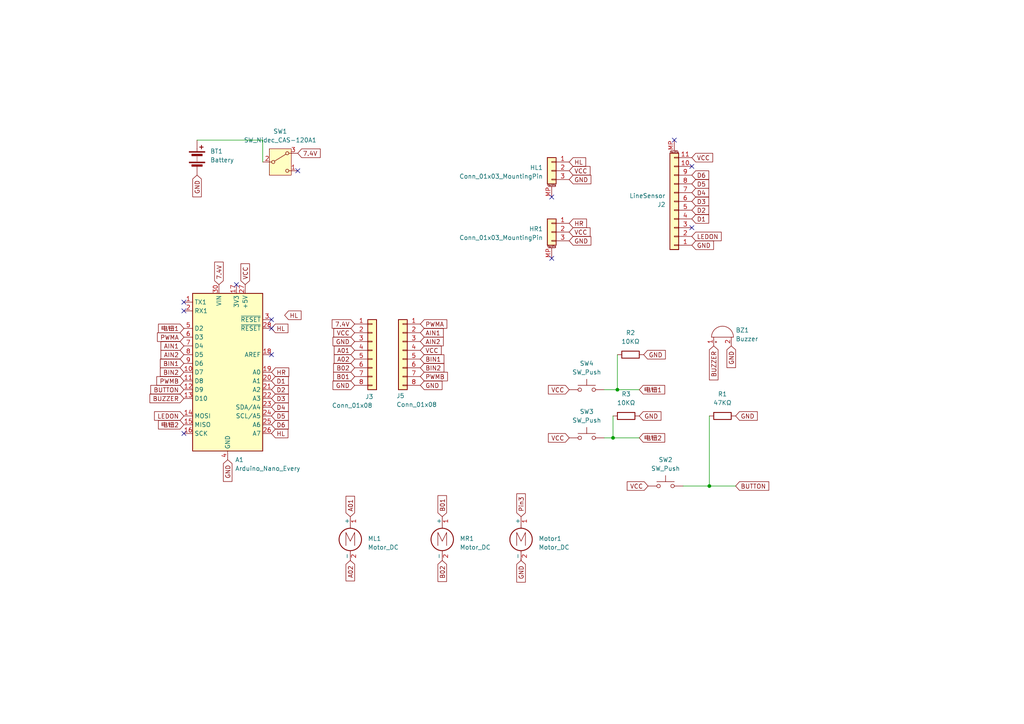
<source format=kicad_sch>
(kicad_sch (version 20250114) (generator "eeschema") (generator_version "9.0")
  (paper "A4")
  (lib_symbols
    (symbol "Connector_Generic:Conn_01x08" (pin_names (offset 1.016) (hide yes))
      (property "Reference" "J" (at 0 10.16 0))
      (property "Value" "Conn_01x08" (at 0 -12.7 0))
      (symbol "Conn_01x08_1_1"
        (rectangle (start -1.27 8.89) (end 1.27 -11.43) (stroke (width 0.254)) (fill (type background)))
        (rectangle (start -1.27 7.747) (end 0 7.493) (stroke (width 0.1524)))
        (rectangle (start -1.27 5.207) (end 0 4.953) (stroke (width 0.1524)))
        (rectangle (start -1.27 2.667) (end 0 2.413) (stroke (width 0.1524)))
        (rectangle (start -1.27 0.127) (end 0 -0.127) (stroke (width 0.1524)))
        (rectangle (start -1.27 -2.413) (end 0 -2.667) (stroke (width 0.1524)))
        (rectangle (start -1.27 -4.953) (end 0 -5.207) (stroke (width 0.1524)))
        (rectangle (start -1.27 -7.493) (end 0 -7.747) (stroke (width 0.1524)))
        (rectangle (start -1.27 -10.033) (end 0 -10.287) (stroke (width 0.1524)))
        (pin passive line (at -5.08 7.62 0) (length 3.81) (name "Pin_1") (number "1"))
        (pin passive line (at -5.08 5.08 0) (length 3.81) (name "Pin_2") (number "2"))
        (pin passive line (at -5.08 2.54 0) (length 3.81) (name "Pin_3") (number "3"))
        (pin passive line (at -5.08 0 0) (length 3.81) (name "Pin_4") (number "4"))
        (pin passive line (at -5.08 -2.54 0) (length 3.81) (name "Pin_5") (number "5"))
        (pin passive line (at -5.08 -5.08 0) (length 3.81) (name "Pin_6") (number "6"))
        (pin passive line (at -5.08 -7.62 0) (length 3.81) (name "Pin_7") (number "7"))
        (pin passive line (at -5.08 -10.16 0) (length 3.81) (name "Pin_8") (number "8"))
      )
    )
    (symbol "Connector_Generic_MountingPin:Conn_01x03_MountingPin" (pin_names (offset 1.016) (hide yes))
      (property "Reference" "J" (at 0 5.08 0))
      (property "Value" "Conn_01x03_MountingPin" (at 1.27 -5.08 0))
      (symbol "Conn_01x03_MountingPin_1_1"
        (rectangle (start -1.27 3.81) (end 1.27 -3.81) (stroke (width 0.254)) (fill (type background)))
        (rectangle (start -1.27 2.667) (end 0 2.413) (stroke (width 0.1524)))
        (rectangle (start -1.27 0.127) (end 0 -0.127) (stroke (width 0.1524)))
        (rectangle (start -1.27 -2.413) (end 0 -2.667) (stroke (width 0.1524)))
        (polyline (pts (xy -1.016 -4.572) (xy 1.016 -4.572)) (stroke (width 0.1524)))
        (text "Mounting" (at 0 -4.191 0) (effects (font (size 0.381 0.381))))
        (pin passive line (at -5.08 2.54 0) (length 3.81) (name "Pin_1") (number "1"))
        (pin passive line (at -5.08 0 0) (length 3.81) (name "Pin_2") (number "2"))
        (pin passive line (at -5.08 -2.54 0) (length 3.81) (name "Pin_3") (number "3"))
        (pin passive line (at 0 -7.62 90) (length 3.048) (name "MountPin") (number "MP"))
      )
    )
    (symbol "Connector_Generic_MountingPin:Conn_01x11_MountingPin" (pin_names (offset 1.016) (hide yes))
      (property "Reference" "J" (at 0 15.24 0))
      (property "Value" "Conn_01x11_MountingPin" (at 1.27 -15.24 0))
      (symbol "Conn_01x11_MountingPin_1_1"
        (rectangle (start -1.27 13.97) (end 1.27 -13.97) (stroke (width 0.254)) (fill (type background)))
        (rectangle (start -1.27 12.827) (end 0 12.573) (stroke (width 0.1524)))
        (rectangle (start -1.27 10.287) (end 0 10.033) (stroke (width 0.1524)))
        (rectangle (start -1.27 7.747) (end 0 7.493) (stroke (width 0.1524)))
        (rectangle (start -1.27 5.207) (end 0 4.953) (stroke (width 0.1524)))
        (rectangle (start -1.27 2.667) (end 0 2.413) (stroke (width 0.1524)))
        (rectangle (start -1.27 0.127) (end 0 -0.127) (stroke (width 0.1524)))
        (rectangle (start -1.27 -2.413) (end 0 -2.667) (stroke (width 0.1524)))
        (rectangle (start -1.27 -4.953) (end 0 -5.207) (stroke (width 0.1524)))
        (rectangle (start -1.27 -7.493) (end 0 -7.747) (stroke (width 0.1524)))
        (rectangle (start -1.27 -10.033) (end 0 -10.287) (stroke (width 0.1524)))
        (rectangle (start -1.27 -12.573) (end 0 -12.827) (stroke (width 0.1524)))
        (polyline (pts (xy -1.016 -14.732) (xy 1.016 -14.732)) (stroke (width 0.1524)))
        (text "Mounting" (at 0 -14.351 0) (effects (font (size 0.381 0.381))))
        (pin passive line (at -5.08 12.7 0) (length 3.81) (name "Pin_1") (number "1"))
        (pin passive line (at -5.08 10.16 0) (length 3.81) (name "Pin_2") (number "2"))
        (pin passive line (at -5.08 7.62 0) (length 3.81) (name "Pin_3") (number "3"))
        (pin passive line (at -5.08 5.08 0) (length 3.81) (name "Pin_4") (number "4"))
        (pin passive line (at -5.08 2.54 0) (length 3.81) (name "Pin_5") (number "5"))
        (pin passive line (at -5.08 0 0) (length 3.81) (name "Pin_6") (number "6"))
        (pin passive line (at -5.08 -2.54 0) (length 3.81) (name "Pin_7") (number "7"))
        (pin passive line (at -5.08 -5.08 0) (length 3.81) (name "Pin_8") (number "8"))
        (pin passive line (at -5.08 -7.62 0) (length 3.81) (name "Pin_9") (number "9"))
        (pin passive line (at -5.08 -10.16 0) (length 3.81) (name "Pin_10") (number "10"))
        (pin passive line (at -5.08 -12.7 0) (length 3.81) (name "Pin_11") (number "11"))
        (pin passive line (at 0 -17.78 90) (length 3.048) (name "MountPin") (number "MP"))
      )
    )
    (symbol "Device:Battery" (pin_numbers (hide yes)) (pin_names (offset 0) (hide yes))
      (property "Reference" "BT" (at 2.54 2.54 0))
      (property "Value" "Battery" (at 2.54 0 0))
      (symbol "Battery_0_1"
        (rectangle (start -2.286 1.778) (end 2.286 1.524) (fill (type outline)))
        (rectangle (start -2.286 -1.27) (end 2.286 -1.524) (fill (type outline)))
        (rectangle (start -1.524 1.016) (end 1.524 0.508) (fill (type outline)))
        (rectangle (start -1.524 -2.032) (end 1.524 -2.54) (fill (type outline)))
        (polyline (pts (xy 0 1.778) (xy 0 2.54)))
        (polyline (pts (xy 0 0) (xy 0 0.254)))
        (polyline (pts (xy 0 -0.508) (xy 0 -0.254)))
        (polyline (pts (xy 0 -1.016) (xy 0 -0.762)))
        (polyline (pts (xy 0.762 3.048) (xy 1.778 3.048)) (stroke (width 0.254)))
        (polyline (pts (xy 1.27 3.556) (xy 1.27 2.54)) (stroke (width 0.254)))
      )
      (symbol "Battery_1_1"
        (pin passive line (at 0 5.08 270) (length 2.54) (name "+") (number "1"))
        (pin passive line (at 0 -5.08 90) (length 2.54) (name "-") (number "2"))
      )
    )
    (symbol "Device:Buzzer" (pin_names (offset 0.0254) (hide yes))
      (property "Reference" "BZ" (at 3.81 1.27 0))
      (property "Value" "Buzzer" (at 3.81 -1.27 0))
      (symbol "Buzzer_0_1"
        (polyline (pts (xy -1.651 1.905) (xy -1.143 1.905)))
        (polyline (pts (xy -1.397 2.159) (xy -1.397 1.651)))
        (arc (start 0 3.175) (mid 3.1612 0) (end 0 -3.175))
        (polyline (pts (xy 0 3.175) (xy 0 -3.175)))
      )
      (symbol "Buzzer_1_1"
        (pin passive line (at -2.54 2.54 0) (length 2.54) (name "+") (number "1"))
        (pin passive line (at -2.54 -2.54 0) (length 2.54) (name "-") (number "2"))
      )
    )
    (symbol "Device:R" (pin_numbers (hide yes)) (pin_names (offset 0))
      (property "Reference" "R" (at 2.032 0 90))
      (property "Value" "R" (at 0 0 90))
      (symbol "R_0_1"
        (rectangle (start -1.016 -2.54) (end 1.016 2.54) (stroke (width 0.254)))
      )
      (symbol "R_1_1"
        (pin passive line (at 0 3.81 270) (length 1.27) (name "~") (number "1"))
        (pin passive line (at 0 -3.81 90) (length 1.27) (name "~") (number "2"))
      )
    )
    (symbol "MCU_Module:Arduino_Nano_Every"
      (property "Reference" "A" (at -10.16 23.495 0))
      (property "Value" "Arduino_Nano_Every" (at 5.08 -24.13 0))
      (symbol "Arduino_Nano_Every_0_1"
        (rectangle (start -10.16 22.86) (end 10.16 -22.86) (stroke (width 0.254)) (fill (type background)))
      )
      (symbol "Arduino_Nano_Every_1_1"
        (pin bidirectional line (at -12.7 20.32 0) (length 2.54) (name "TX1") (number "1"))
        (pin bidirectional line (at -12.7 17.78 0) (length 2.54) (name "RX1") (number "2"))
        (pin bidirectional line (at -12.7 12.7 0) (length 2.54) (name "D2") (number "5"))
        (pin bidirectional line (at -12.7 10.16 0) (length 2.54) (name "D3") (number "6"))
        (pin bidirectional line (at -12.7 7.62 0) (length 2.54) (name "D4") (number "7"))
        (pin bidirectional line (at -12.7 5.08 0) (length 2.54) (name "D5") (number "8"))
        (pin bidirectional line (at -12.7 2.54 0) (length 2.54) (name "D6") (number "9"))
        (pin bidirectional line (at -12.7 0 0) (length 2.54) (name "D7") (number "10"))
        (pin bidirectional line (at -12.7 -2.54 0) (length 2.54) (name "D8") (number "11"))
        (pin bidirectional line (at -12.7 -5.08 0) (length 2.54) (name "D9") (number "12"))
        (pin bidirectional line (at -12.7 -7.62 0) (length 2.54) (name "D10") (number "13"))
        (pin bidirectional line (at -12.7 -12.7 0) (length 2.54) (name "MOSI") (number "14"))
        (pin bidirectional line (at -12.7 -15.24 0) (length 2.54) (name "MISO") (number "15"))
        (pin bidirectional line (at -12.7 -17.78 0) (length 2.54) (name "SCK") (number "16"))
        (pin power_in line (at -2.54 25.4 270) (length 2.54) (name "VIN") (number "30"))
        (pin passive line (at 0 -25.4 90) (length 2.54) (hide yes) (name "GND") (number "29"))
        (pin power_in line (at 0 -25.4 90) (length 2.54) (name "GND") (number "4"))
        (pin power_out line (at 2.54 25.4 270) (length 2.54) (name "3V3") (number "17"))
        (pin power_out line (at 5.08 25.4 270) (length 2.54) (name "+5V") (number "27"))
        (pin input line (at 12.7 15.24 180) (length 2.54) (name "~{RESET}") (number "3"))
        (pin input line (at 12.7 12.7 180) (length 2.54) (name "~{RESET}") (number "28"))
        (pin input line (at 12.7 5.08 180) (length 2.54) (name "AREF") (number "18"))
        (pin bidirectional line (at 12.7 0 180) (length 2.54) (name "A0") (number "19"))
        (pin bidirectional line (at 12.7 -2.54 180) (length 2.54) (name "A1") (number "20"))
        (pin bidirectional line (at 12.7 -5.08 180) (length 2.54) (name "A2") (number "21"))
        (pin bidirectional line (at 12.7 -7.62 180) (length 2.54) (name "A3") (number "22"))
        (pin bidirectional line (at 12.7 -10.16 180) (length 2.54) (name "SDA/A4") (number "23"))
        (pin bidirectional line (at 12.7 -12.7 180) (length 2.54) (name "SCL/A5") (number "24"))
        (pin bidirectional line (at 12.7 -15.24 180) (length 2.54) (name "A6") (number "25"))
        (pin bidirectional line (at 12.7 -17.78 180) (length 2.54) (name "A7") (number "26"))
      )
    )
    (symbol "Motor:Motor_DC" (pin_names (offset 0))
      (property "Reference" "M" (at 2.54 2.54 0))
      (property "Value" "Motor_DC" (at 2.54 -5.08 0))
      (symbol "Motor_DC_0_0"
        (polyline (pts (xy -1.27 -3.302) (xy -1.27 0.508) (xy 0 -2.032) (xy 1.27 0.508) (xy 1.27 -3.302)))
      )
      (symbol "Motor_DC_0_1"
        (polyline (pts (xy 0 2.032) (xy 0 2.54)))
        (polyline (pts (xy 0 1.7272) (xy 0 2.0828)))
        (circle (center 0 -1.524) (radius 3.2512) (stroke (width 0.254)))
        (polyline (pts (xy 0 -4.7752) (xy 0 -5.1816)))
        (polyline (pts (xy 0 -7.62) (xy 0 -7.112)))
      )
      (symbol "Motor_DC_1_1"
        (pin passive line (at 0 5.08 270) (length 2.54) (name "+") (number "1"))
        (pin passive line (at 0 -7.62 90) (length 2.54) (name "-") (number "2"))
      )
    )
    (symbol "Switch:SW_Nidec_CAS-120A1" (pin_names (offset 1) (hide yes))
      (property "Reference" "SW" (at 0 4.318 0))
      (property "Value" "SW_Nidec_CAS-120A1" (at 0 -5.08 0))
      (symbol "SW_Nidec_CAS-120A1_0_1"
        (circle (center -2.032 0) (radius 0.4572))
        (polyline (pts (xy -1.651 0.254) (xy 1.651 2.286)))
        (circle (center 2.032 2.54) (radius 0.4572))
        (circle (center 2.032 -2.54) (radius 0.4572))
      )
      (symbol "SW_Nidec_CAS-120A1_1_1"
        (rectangle (start -3.175 3.81) (end 3.175 -3.81) (fill (type background)))
        (pin passive line (at -5.08 0 0) (length 2.54) (name "B") (number "2"))
        (pin passive line (at 5.08 2.54 180) (length 2.54) (name "A") (number "3"))
        (pin passive line (at 5.08 -2.54 180) (length 2.54) (name "C") (number "1"))
      )
    )
    (symbol "Switch:SW_Push" (pin_numbers (hide yes)) (pin_names (offset 1.016) (hide yes))
      (property "Reference" "SW" (at 1.27 2.54 0))
      (property "Value" "SW_Push" (at 0 -1.524 0))
      (symbol "SW_Push_0_1"
        (circle (center -2.032 0) (radius 0.508))
        (polyline (pts (xy 0 1.27) (xy 0 3.048)))
        (circle (center 2.032 0) (radius 0.508))
        (polyline (pts (xy 2.54 1.27) (xy -2.54 1.27)))
        (pin passive line (at -5.08 0 0) (length 2.54) (name "1") (number "1"))
        (pin passive line (at 5.08 0 180) (length 2.54) (name "2") (number "2"))
      )
    )
  )
  (junction (at 179.07 113.03))
  (junction (at 205.74 140.97))
  (junction (at 177.8 127))
  (no_connect (at 68.58 82.55))
  (no_connect (at 160.02 57.15))
  (no_connect (at 78.74 102.87))
  (no_connect (at 195.58 40.64))
  (no_connect (at 53.34 87.63))
  (no_connect (at 200.66 66.04))
  (no_connect (at 53.34 90.17))
  (no_connect (at 78.74 95.25))
  (no_connect (at 160.02 74.93))
  (no_connect (at 86.36 49.53))
  (no_connect (at 78.74 92.71))
  (no_connect (at 53.34 125.73))
  (no_connect (at 200.66 48.26))
  (wire (pts (xy 205.74 120.65) (xy 205.74 140.97)))
  (wire (pts (xy 185.42 127) (xy 177.8 127)))
  (wire (pts (xy 76.2 40.64) (xy 76.2 46.99)))
  (wire (pts (xy 185.42 113.03) (xy 179.07 113.03)))
  (wire (pts (xy 177.8 127) (xy 175.26 127)))
  (wire (pts (xy 198.12 140.97) (xy 205.74 140.97)))
  (wire (pts (xy 205.74 140.97) (xy 213.36 140.97)))
  (wire (pts (xy 57.15 40.64) (xy 76.2 40.64)))
  (wire (pts (xy 179.07 102.87) (xy 179.07 113.03)))
  (wire (pts (xy 177.8 120.65) (xy 177.8 127)))
  (wire (pts (xy 179.07 113.03) (xy 175.26 113.03)))
  (global_label "B01" (shape input) (at 128.27 149.86 90) (property "Intersheetrefs" "${INTERSHEET_REFS}" (effects (hide yes))))
  (global_label "GND" (shape input) (at 200.66 71.12 0) (property "Intersheetrefs" "${INTERSHEET_REFS}" (effects (hide yes))))
  (global_label "PWMB" (shape input) (at 121.92 109.22 0) (property "Intersheetrefs" "${INTERSHEET_REFS}" (effects (hide yes))))
  (global_label "BIN2" (shape input) (at 121.92 106.68 0) (property "Intersheetrefs" "${INTERSHEET_REFS}" (effects (hide yes))))
  (global_label "GND" (shape input) (at 186.69 102.87 0) (property "Intersheetrefs" "${INTERSHEET_REFS}" (effects (hide yes))))
  (global_label "D1" (shape input) (at 78.74 110.49 0) (property "Intersheetrefs" "${INTERSHEET_REFS}" (effects (hide yes))))
  (global_label "BIN1" (shape input) (at 121.92 104.14 0) (property "Intersheetrefs" "${INTERSHEET_REFS}" (effects (hide yes))))
  (global_label "HL" (shape input) (at 82.55 91.44 0) (property "Intersheetrefs" "${INTERSHEET_REFS}" (effects (hide yes))))
  (global_label "LEDON" (shape input) (at 53.34 120.65 180) (property "Intersheetrefs" "${INTERSHEET_REFS}" (effects (hide yes))))
  (global_label "GND" (shape input) (at 121.92 111.76 0) (property "Intersheetrefs" "${INTERSHEET_REFS}" (effects (hide yes))))
  (global_label "A01" (shape input) (at 102.87 101.6 180) (property "Intersheetrefs" "${INTERSHEET_REFS}" (effects (hide yes))))
  (global_label "HR" (shape input) (at 165.1 64.77 0) (property "Intersheetrefs" "${INTERSHEET_REFS}" (effects (hide yes))))
  (global_label "VCC" (shape input) (at 121.92 101.6 0) (property "Intersheetrefs" "${INTERSHEET_REFS}" (effects (hide yes))))
  (global_label "VCC" (shape input) (at 165.1 127 180) (property "Intersheetrefs" "${INTERSHEET_REFS}" (effects (hide yes))))
  (global_label "GND" (shape input) (at 212.09 100.33 270) (property "Intersheetrefs" "${INTERSHEET_REFS}" (effects (hide yes))))
  (global_label "电钮1" (shape input) (at 185.42 113.03 0) (property "Intersheetrefs" "${INTERSHEET_REFS}" (effects (hide yes))))
  (global_label "D5" (shape input) (at 78.74 120.65 0) (property "Intersheetrefs" "${INTERSHEET_REFS}" (effects (hide yes))))
  (global_label "PWMA" (shape input) (at 53.34 97.79 180) (property "Intersheetrefs" "${INTERSHEET_REFS}" (effects (hide yes))))
  (global_label "VCC" (shape input) (at 71.12 82.55 90) (property "Intersheetrefs" "${INTERSHEET_REFS}" (effects (hide yes))))
  (global_label "Pin3" (shape input) (at 151.13 149.86 90) (property "Intersheetrefs" "${INTERSHEET_REFS}" (effects (hide yes))))
  (global_label "GND" (shape input) (at 102.87 111.76 180) (property "Intersheetrefs" "${INTERSHEET_REFS}" (effects (hide yes))))
  (global_label "BUZZER" (shape input) (at 53.34 115.57 180) (property "Intersheetrefs" "${INTERSHEET_REFS}" (effects (hide yes))))
  (global_label "AIN2" (shape input) (at 53.34 102.87 180) (property "Intersheetrefs" "${INTERSHEET_REFS}" (effects (hide yes))))
  (global_label "D4" (shape input) (at 78.74 118.11 0) (property "Intersheetrefs" "${INTERSHEET_REFS}" (effects (hide yes))))
  (global_label "GND" (shape input) (at 185.42 120.65 0) (property "Intersheetrefs" "${INTERSHEET_REFS}" (effects (hide yes))))
  (global_label "BIN1" (shape input) (at 53.34 105.41 180) (property "Intersheetrefs" "${INTERSHEET_REFS}" (effects (hide yes))))
  (global_label "HR" (shape input) (at 78.74 107.95 0) (property "Intersheetrefs" "${INTERSHEET_REFS}" (effects (hide yes))))
  (global_label "电钮2" (shape input) (at 185.42 127 0) (property "Intersheetrefs" "${INTERSHEET_REFS}" (effects (hide yes))))
  (global_label "A01" (shape input) (at 101.6 149.86 90) (property "Intersheetrefs" "${INTERSHEET_REFS}" (effects (hide yes))))
  (global_label "AIN1" (shape input) (at 121.92 96.52 0) (property "Intersheetrefs" "${INTERSHEET_REFS}" (effects (hide yes))))
  (global_label "AIN1" (shape input) (at 53.34 100.33 180) (property "Intersheetrefs" "${INTERSHEET_REFS}" (effects (hide yes))))
  (global_label "A02" (shape input) (at 101.6 162.56 270) (property "Intersheetrefs" "${INTERSHEET_REFS}" (effects (hide yes))))
  (global_label "VCC" (shape input) (at 187.96 140.97 180) (property "Intersheetrefs" "${INTERSHEET_REFS}" (effects (hide yes))))
  (global_label "VCC" (shape input) (at 102.87 96.52 180) (property "Intersheetrefs" "${INTERSHEET_REFS}" (effects (hide yes))))
  (global_label "LEDON" (shape input) (at 200.66 68.58 0) (property "Intersheetrefs" "${INTERSHEET_REFS}" (effects (hide yes))))
  (global_label "D6" (shape input) (at 78.74 123.19 0) (property "Intersheetrefs" "${INTERSHEET_REFS}" (effects (hide yes))))
  (global_label "D6" (shape input) (at 200.66 50.8 0) (property "Intersheetrefs" "${INTERSHEET_REFS}" (effects (hide yes))))
  (global_label "GND" (shape input) (at 213.36 120.65 0) (property "Intersheetrefs" "${INTERSHEET_REFS}" (effects (hide yes))))
  (global_label "D1" (shape input) (at 200.66 63.5 0) (property "Intersheetrefs" "${INTERSHEET_REFS}" (effects (hide yes))))
  (global_label "VCC" (shape input) (at 165.1 113.03 180) (property "Intersheetrefs" "${INTERSHEET_REFS}" (effects (hide yes))))
  (global_label "BIN2" (shape input) (at 53.34 107.95 180) (property "Intersheetrefs" "${INTERSHEET_REFS}" (effects (hide yes))))
  (global_label "VCC" (shape input) (at 165.1 67.31 0) (property "Intersheetrefs" "${INTERSHEET_REFS}" (effects (hide yes))))
  (global_label "D2" (shape input) (at 200.66 60.96 0) (property "Intersheetrefs" "${INTERSHEET_REFS}" (effects (hide yes))))
  (global_label "D3" (shape input) (at 78.74 115.57 0) (property "Intersheetrefs" "${INTERSHEET_REFS}" (effects (hide yes))))
  (global_label "AIN2" (shape input) (at 121.92 99.06 0) (property "Intersheetrefs" "${INTERSHEET_REFS}" (effects (hide yes))))
  (global_label "HL" (shape input) (at 78.74 95.25 0) (property "Intersheetrefs" "${INTERSHEET_REFS}" (effects (hide yes))))
  (global_label "PWMA" (shape input) (at 121.92 93.98 0) (property "Intersheetrefs" "${INTERSHEET_REFS}" (effects (hide yes))))
  (global_label "GND" (shape input) (at 151.13 162.56 270) (property "Intersheetrefs" "${INTERSHEET_REFS}" (effects (hide yes))))
  (global_label "HL" (shape input) (at 78.74 125.73 0) (property "Intersheetrefs" "${INTERSHEET_REFS}" (effects (hide yes))))
  (global_label "VCC" (shape input) (at 165.1 49.53 0) (property "Intersheetrefs" "${INTERSHEET_REFS}" (effects (hide yes))))
  (global_label "电钮1" (shape input) (at 53.34 95.25 180) (property "Intersheetrefs" "${INTERSHEET_REFS}" (effects (hide yes))))
  (global_label "GND" (shape input) (at 165.1 69.85 0) (property "Intersheetrefs" "${INTERSHEET_REFS}" (effects (hide yes))))
  (global_label "GND" (shape input) (at 57.15 50.8 270) (property "Intersheetrefs" "${INTERSHEET_REFS}" (effects (hide yes))))
  (global_label "HL" (shape input) (at 165.1 46.99 0) (property "Intersheetrefs" "${INTERSHEET_REFS}" (effects (hide yes))))
  (global_label "D2" (shape input) (at 78.74 113.03 0) (property "Intersheetrefs" "${INTERSHEET_REFS}" (effects (hide yes))))
  (global_label "D5" (shape input) (at 200.66 53.34 0) (property "Intersheetrefs" "${INTERSHEET_REFS}" (effects (hide yes))))
  (global_label "GND" (shape input) (at 165.1 52.07 0) (property "Intersheetrefs" "${INTERSHEET_REFS}" (effects (hide yes))))
  (global_label "B02" (shape input) (at 102.87 106.68 180) (property "Intersheetrefs" "${INTERSHEET_REFS}" (effects (hide yes))))
  (global_label "D3" (shape input) (at 200.66 58.42 0) (property "Intersheetrefs" "${INTERSHEET_REFS}" (effects (hide yes))))
  (global_label "D4" (shape input) (at 200.66 55.88 0) (property "Intersheetrefs" "${INTERSHEET_REFS}" (effects (hide yes))))
  (global_label "GND" (shape input) (at 66.04 133.35 270) (property "Intersheetrefs" "${INTERSHEET_REFS}" (effects (hide yes))))
  (global_label "7.4V" (shape input) (at 102.87 93.98 180) (property "Intersheetrefs" "${INTERSHEET_REFS}" (effects (hide yes))))
  (global_label "电钮2" (shape input) (at 53.34 123.19 180) (property "Intersheetrefs" "${INTERSHEET_REFS}" (effects (hide yes))))
  (global_label "VCC" (shape input) (at 200.66 45.72 0) (property "Intersheetrefs" "${INTERSHEET_REFS}" (effects (hide yes))))
  (global_label "BUTTON" (shape input) (at 213.36 140.97 0) (property "Intersheetrefs" "${INTERSHEET_REFS}" (effects (hide yes))))
  (global_label "B02" (shape input) (at 128.27 162.56 270) (property "Intersheetrefs" "${INTERSHEET_REFS}" (effects (hide yes))))
  (global_label "BUZZER" (shape input) (at 207.01 100.33 270) (property "Intersheetrefs" "${INTERSHEET_REFS}" (effects (hide yes))))
  (global_label "GND" (shape input) (at 102.87 99.06 180) (property "Intersheetrefs" "${INTERSHEET_REFS}" (effects (hide yes))))
  (global_label "PWMB" (shape input) (at 53.34 110.49 180) (property "Intersheetrefs" "${INTERSHEET_REFS}" (effects (hide yes))))
  (global_label "B01" (shape input) (at 102.87 109.22 180) (property "Intersheetrefs" "${INTERSHEET_REFS}" (effects (hide yes))))
  (global_label "7.4V" (shape input) (at 63.5 82.55 90) (property "Intersheetrefs" "${INTERSHEET_REFS}" (effects (hide yes))))
  (global_label "A02" (shape input) (at 102.87 104.14 180) (property "Intersheetrefs" "${INTERSHEET_REFS}" (effects (hide yes))))
  (global_label "7.4V" (shape input) (at 86.36 44.45 0) (property "Intersheetrefs" "${INTERSHEET_REFS}" (effects (hide yes))))
  (global_label "BUTTON" (shape input) (at 53.34 113.03 180) (property "Intersheetrefs" "${INTERSHEET_REFS}" (effects (hide yes))))
  (symbol (lib_id "Motor:Motor_DC") (at 101.6 154.94 0) (unit 1)
    (property "Reference" "ML1" (at 106.68 156.2099 0) (effects (justify left)))
    (property "Value" "Motor_DC" (at 106.68 158.7499 0) (effects (justify left)))
    (property "Footprint" "Connector_PinHeader_2.54mm:PinHeader_1x02_P2.54mm_Vertical" (effects (hide yes)))
    (property "Description" "DC Motor" (effects (hide yes)))
  )
  (symbol (lib_id "Switch:SW_Push") (at 170.18 127 0) (unit 1)
    (property "Reference" "SW3" (at 170.18 119.38 0))
    (property "Value" "SW_Push" (at 170.18 121.92 0))
    (property "Footprint" "Button_Switch_THT:SW_PUSH_6mm_H5mm" (effects (hide yes)))
    (property "Description" "Push button switch, generic, two pins" (effects (hide yes)))
  )
  (symbol (lib_id "Switch:SW_Push") (at 170.18 113.03 0) (unit 1)
    (property "Reference" "SW4" (at 170.18 105.41 0))
    (property "Value" "SW_Push" (at 170.18 107.95 0))
    (property "Footprint" "Button_Switch_THT:SW_PUSH_6mm_H5mm" (effects (hide yes)))
    (property "Description" "Push button switch, generic, two pins" (effects (hide yes)))
  )
  (symbol (lib_id "Device:R") (at 181.61 120.65 270) (unit 1)
    (property "Reference" "R3" (at 181.61 114.3 90))
    (property "Value" "10KΩ" (at 181.61 116.84 90))
    (property "Footprint" "Resistor_THT:R_Axial_DIN0204_L3.6mm_D1.6mm_P7.62mm_Horizontal" (effects (hide yes)))
    (property "Description" "Resistor" (effects (hide yes)))
  )
  (symbol (lib_id "Motor:Motor_DC") (at 151.13 154.94 0) (unit 1)
    (property "Reference" "Motor1" (at 156.21 156.2099 0) (effects (justify left)))
    (property "Value" "Motor_DC" (at 156.21 158.7499 0) (effects (justify left)))
    (property "Footprint" "Connector_PinHeader_2.54mm:PinHeader_1x02_P2.54mm_Vertical" (effects (hide yes)))
    (property "Description" "DC Motor" (effects (hide yes)))
  )
  (symbol (lib_id "Motor:Motor_DC") (at 128.27 154.94 0) (unit 1)
    (property "Reference" "MR1" (at 133.35 156.2099 0) (effects (justify left)))
    (property "Value" "Motor_DC" (at 133.35 158.7499 0) (effects (justify left)))
    (property "Footprint" "Connector_PinHeader_2.54mm:PinHeader_1x02_P2.54mm_Vertical" (effects (hide yes)))
    (property "Description" "DC Motor" (effects (hide yes)))
  )
  (symbol (lib_id "Connector_Generic_MountingPin:Conn_01x03_MountingPin") (at 160.02 67.31 0) (mirror y) (unit 1)
    (property "Reference" "HR1" (at 157.48 66.3955 0) (effects (justify left)))
    (property "Value" "Conn_01x03_MountingPin" (at 157.48 68.9355 0) (effects (justify left)))
    (property "Footprint" "Connector_PinSocket_2.54mm:PinSocket_1x03_P2.54mm_Vertical" (effects (hide yes)))
    (property "Description" "Generic connectable mounting pin connector, single row, 01x03, script generated (kicad-library-utils/schlib/autogen/connector/)" (effects (hide yes)))
  )
  (symbol (lib_id "Device:Battery") (at 57.15 45.72 0) (unit 1)
    (property "Reference" "BT1" (at 60.96 43.8784 0) (effects (justify left)))
    (property "Value" "Battery" (at 60.96 46.4184 0) (effects (justify left)))
    (property "Footprint" "Connector_PinSocket_2.54mm:PinSocket_1x03_P2.54mm_Vertical" (effects (hide yes)))
    (property "Description" "Multiple-cell battery" (effects (hide yes)))
  )
  (symbol (lib_id "Connector_Generic_MountingPin:Conn_01x11_MountingPin") (at 195.58 58.42 180) (unit 1)
    (property "Reference" "J2" (at 193.04 59.3345 0) (effects (justify left)))
    (property "Value" "LineSensor" (at 193.04 56.7945 0) (effects (justify left)))
    (property "Footprint" "Connector_PinHeader_2.54mm:PinHeader_1x11_P2.54mm_Vertical" (effects (hide yes)))
    (property "Description" "Generic connectable mounting pin connector, single row, 01x11, script generated (kicad-library-utils/schlib/autogen/connector/)" (effects (hide yes)))
  )
  (symbol (lib_id "Connector_Generic_MountingPin:Conn_01x03_MountingPin") (at 160.02 49.53 0) (mirror y) (unit 1)
    (property "Reference" "HL1" (at 157.48 48.6155 0) (effects (justify left)))
    (property "Value" "Conn_01x03_MountingPin" (at 157.48 51.1555 0) (effects (justify left)))
    (property "Footprint" "Connector_PinSocket_2.54mm:PinSocket_1x03_P2.54mm_Vertical" (effects (hide yes)))
    (property "Description" "Generic connectable mounting pin connector, single row, 01x03, script generated (kicad-library-utils/schlib/autogen/connector/)" (effects (hide yes)))
  )
  (symbol (lib_id "Switch:SW_Push") (at 193.04 140.97 0) (unit 1)
    (property "Reference" "SW2" (at 193.04 133.35 0))
    (property "Value" "SW_Push" (at 193.04 135.89 0))
    (property "Footprint" "Button_Switch_THT:SW_PUSH_6mm_H5mm" (effects (hide yes)))
    (property "Description" "Push button switch, generic, two pins" (effects (hide yes)))
  )
  (symbol (lib_id "Device:R") (at 209.55 120.65 270) (unit 1)
    (property "Reference" "R1" (at 209.55 114.3 90))
    (property "Value" "47KΩ" (at 209.55 116.84 90))
    (property "Footprint" "Resistor_THT:R_Axial_DIN0204_L3.6mm_D1.6mm_P7.62mm_Horizontal" (effects (hide yes)))
    (property "Description" "Resistor" (effects (hide yes)))
  )
  (symbol (lib_id "Device:R") (at 182.88 102.87 270) (unit 1)
    (property "Reference" "R2" (at 182.88 96.52 90))
    (property "Value" "10KΩ" (at 182.88 99.06 90))
    (property "Footprint" "Resistor_THT:R_Axial_DIN0204_L3.6mm_D1.6mm_P7.62mm_Horizontal" (effects (hide yes)))
    (property "Description" "Resistor" (effects (hide yes)))
  )
  (symbol (lib_id "MCU_Module:Arduino_Nano_Every") (at 66.04 107.95 0) (unit 1)
    (property "Reference" "A1" (at 68.1833 133.35 0) (effects (justify left)))
    (property "Value" "Arduino_Nano_Every" (at 68.1833 135.89 0) (effects (justify left)))
    (property "Footprint" "Module:Arduino_Nano" (effects (hide yes)))
    (property "Datasheet" "https://content.arduino.cc/assets/NANOEveryV3.0_sch.pdf" (effects (hide yes)))
    (property "Description" "Arduino Nano Every" (effects (hide yes)))
  )
  (symbol (lib_id "Connector_Generic:Conn_01x08") (at 107.95 101.6 0) (unit 1)
    (property "Reference" "J3" (at 105.918 115.062 0) (effects (justify left)))
    (property "Value" "Conn_01x08" (at 96.266 117.602 0) (effects (justify left)))
    (property "Footprint" "Connector_PinHeader_2.54mm:PinHeader_1x08_P2.54mm_Vertical" (effects (hide yes)))
    (property "Description" "Generic connector, single row, 01x08, script generated (kicad-library-utils/schlib/autogen/connector/)" (effects (hide yes)))
  )
  (symbol (lib_id "Connector_Generic:Conn_01x08") (at 116.84 101.6 0) (mirror y) (unit 1)
    (property "Reference" "J5" (at 117.348 114.808 0) (effects (justify left)))
    (property "Value" "Conn_01x08" (at 126.746 117.348 0) (effects (justify left)))
    (property "Footprint" "Connector_PinHeader_2.54mm:PinHeader_1x08_P2.54mm_Vertical" (effects (hide yes)))
    (property "Description" "Generic connector, single row, 01x08, script generated (kicad-library-utils/schlib/autogen/connector/)" (effects (hide yes)))
  )
  (symbol (lib_id "Device:Buzzer") (at 209.55 97.79 90) (unit 1)
    (property "Reference" "BZ1" (at 213.36 95.7648 90) (effects (justify right)))
    (property "Value" "Buzzer" (at 213.36 98.3048 90) (effects (justify right)))
    (property "Footprint" "Buzzer_Beeper:Buzzer_12x9.5RM7.6" (effects (hide yes)))
    (property "Description" "Buzzer, polarized" (effects (hide yes)))
  )
  (symbol (lib_id "Switch:SW_Nidec_CAS-120A1") (at 81.28 46.99 0) (unit 1)
    (property "Reference" "SW1" (at 81.28 38.1 0))
    (property "Value" "SW_Nidec_CAS-120A1" (at 81.28 40.64 0))
    (property "Footprint" "Button_Switch_THT:SW_Slide-03_Wuerth-WS-SLTV_10x2.5x6.4_P2.54mm" (effects (hide yes)))
    (property "Datasheet" "https://www.nidec-components.com/e/catalog/switch/cas.pdf" (effects (hide yes)))
    (property "Description" "Switch, single pole double throw" (effects (hide yes)))
  )
)
</source>
